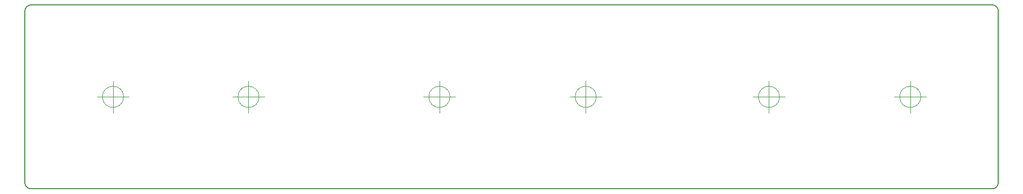
<source format=gbr>
%TF.GenerationSoftware,KiCad,Pcbnew,(6.0.6)*%
%TF.CreationDate,2023-12-25T11:13:00+01:00*%
%TF.ProjectId,nixieClockPCB,6e697869-6543-46c6-9f63-6b5043422e6b,rev?*%
%TF.SameCoordinates,Original*%
%TF.FileFunction,Profile,NP*%
%FSLAX46Y46*%
G04 Gerber Fmt 4.6, Leading zero omitted, Abs format (unit mm)*
G04 Created by KiCad (PCBNEW (6.0.6)) date 2023-12-25 11:13:00*
%MOMM*%
%LPD*%
G01*
G04 APERTURE LIST*
%TA.AperFunction,Profile*%
%ADD10C,0.150000*%
%TD*%
%TA.AperFunction,Profile*%
%ADD11C,0.100000*%
%TD*%
G04 APERTURE END LIST*
D10*
X165595139Y-47264514D02*
X14595139Y-47264514D01*
X14595139Y-18264539D02*
G75*
G03*
X13595139Y-19264514I-39J-999961D01*
G01*
X166595139Y-19264514D02*
X166595139Y-46264514D01*
X13595139Y-46264514D02*
X13595139Y-19264514D01*
X14595139Y-18264514D02*
X165595139Y-18264514D01*
X166595086Y-19264514D02*
G75*
G03*
X165595139Y-18264514I-999986J14D01*
G01*
X13595086Y-46264514D02*
G75*
G03*
X14595139Y-47264514I1000014J14D01*
G01*
X165595139Y-47264539D02*
G75*
G03*
X166595139Y-46264514I-39J1000039D01*
G01*
D11*
X29116666Y-32764514D02*
G75*
G03*
X29116666Y-32764514I-1666666J0D01*
G01*
X24950000Y-32764514D02*
X29950000Y-32764514D01*
X27450000Y-30264514D02*
X27450000Y-35264514D01*
X154416666Y-32764514D02*
G75*
G03*
X154416666Y-32764514I-1666666J0D01*
G01*
X150250000Y-32764514D02*
X155250000Y-32764514D01*
X152750000Y-30264514D02*
X152750000Y-35264514D01*
X103416666Y-32764514D02*
G75*
G03*
X103416666Y-32764514I-1666666J0D01*
G01*
X99250000Y-32764514D02*
X104250000Y-32764514D01*
X101750000Y-30264514D02*
X101750000Y-35264514D01*
X132216666Y-32764514D02*
G75*
G03*
X132216666Y-32764514I-1666666J0D01*
G01*
X128050000Y-32764514D02*
X133050000Y-32764514D01*
X130550000Y-30264514D02*
X130550000Y-35264514D01*
X50416666Y-32764514D02*
G75*
G03*
X50416666Y-32764514I-1666666J0D01*
G01*
X46250000Y-32764514D02*
X51250000Y-32764514D01*
X48750000Y-30264514D02*
X48750000Y-35264514D01*
X80416666Y-32764514D02*
G75*
G03*
X80416666Y-32764514I-1666666J0D01*
G01*
X76250000Y-32764514D02*
X81250000Y-32764514D01*
X78750000Y-30264514D02*
X78750000Y-35264514D01*
M02*

</source>
